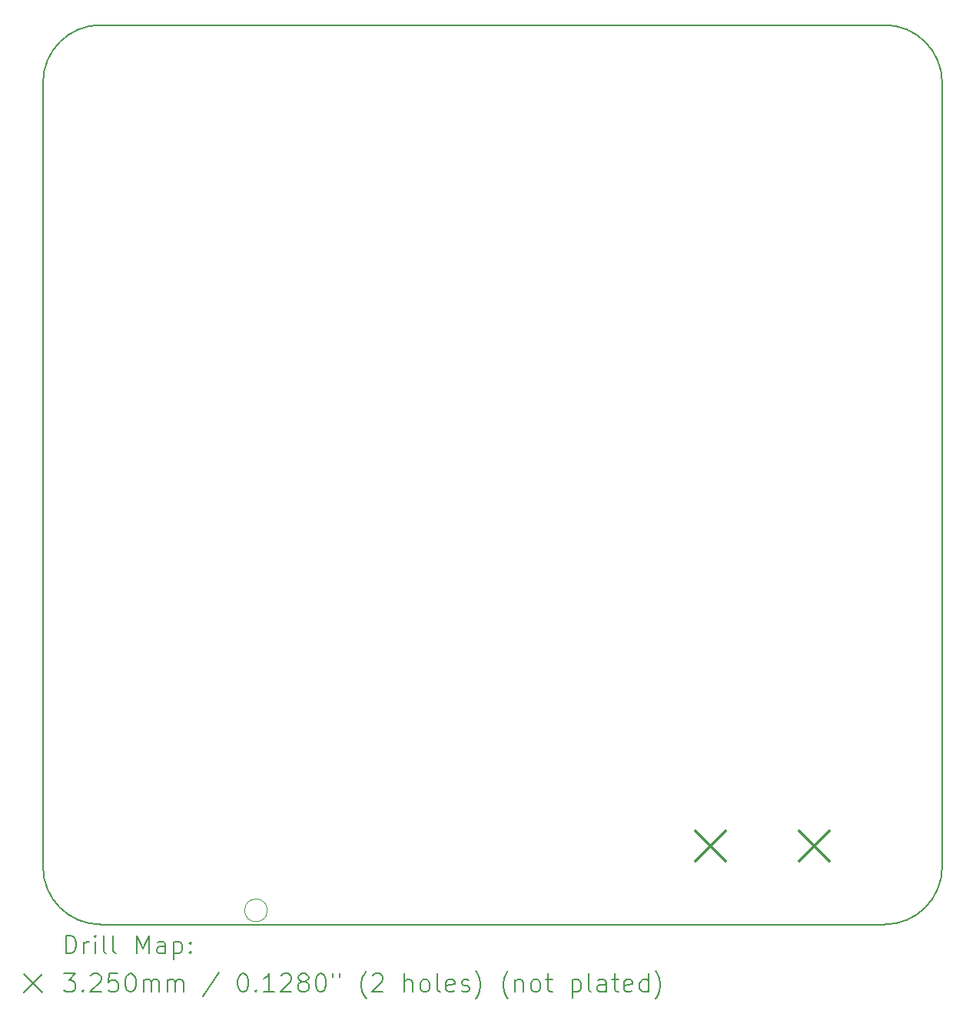
<source format=gbr>
%TF.GenerationSoftware,KiCad,Pcbnew,8.0.5-8.0.5-0~ubuntu24.04.1*%
%TF.CreationDate,2024-10-06T19:53:42+03:00*%
%TF.ProjectId,TACNPR,5441434e-5052-42e6-9b69-6361645f7063,rev?*%
%TF.SameCoordinates,Original*%
%TF.FileFunction,Drillmap*%
%TF.FilePolarity,Positive*%
%FSLAX45Y45*%
G04 Gerber Fmt 4.5, Leading zero omitted, Abs format (unit mm)*
G04 Created by KiCad (PCBNEW 8.0.5-8.0.5-0~ubuntu24.04.1) date 2024-10-06 19:53:42*
%MOMM*%
%LPD*%
G01*
G04 APERTURE LIST*
%ADD10C,0.200000*%
%ADD11C,0.120000*%
%ADD12C,0.325000*%
G04 APERTURE END LIST*
D10*
X9525000Y-3683000D02*
X18161000Y-3683000D01*
X18161000Y-13589000D02*
X9525000Y-13589000D01*
X18796000Y-4318000D02*
X18796000Y-12954000D01*
X9525000Y-13589000D02*
G75*
G02*
X8890000Y-12954000I0J635000D01*
G01*
X18161000Y-3683000D02*
G75*
G02*
X18796000Y-4318000I0J-635000D01*
G01*
X8890000Y-12954000D02*
X8890000Y-4318000D01*
X18796000Y-12954000D02*
G75*
G02*
X18161000Y-13589000I-635000J0D01*
G01*
X8890000Y-4318000D02*
G75*
G02*
X9525000Y-3683000I635000J0D01*
G01*
D11*
X11361500Y-13433620D02*
G75*
G02*
X11111500Y-13433620I-125000J0D01*
G01*
X11111500Y-13433620D02*
G75*
G02*
X11361500Y-13433620I125000J0D01*
G01*
D10*
D12*
X16080800Y-12562900D02*
X16405800Y-12887900D01*
X16405800Y-12562900D02*
X16080800Y-12887900D01*
X17223800Y-12562900D02*
X17548800Y-12887900D01*
X17548800Y-12562900D02*
X17223800Y-12887900D01*
D10*
X9140777Y-13910484D02*
X9140777Y-13710484D01*
X9140777Y-13710484D02*
X9188396Y-13710484D01*
X9188396Y-13710484D02*
X9216967Y-13720008D01*
X9216967Y-13720008D02*
X9236015Y-13739055D01*
X9236015Y-13739055D02*
X9245539Y-13758103D01*
X9245539Y-13758103D02*
X9255063Y-13796198D01*
X9255063Y-13796198D02*
X9255063Y-13824769D01*
X9255063Y-13824769D02*
X9245539Y-13862865D01*
X9245539Y-13862865D02*
X9236015Y-13881912D01*
X9236015Y-13881912D02*
X9216967Y-13900960D01*
X9216967Y-13900960D02*
X9188396Y-13910484D01*
X9188396Y-13910484D02*
X9140777Y-13910484D01*
X9340777Y-13910484D02*
X9340777Y-13777150D01*
X9340777Y-13815246D02*
X9350301Y-13796198D01*
X9350301Y-13796198D02*
X9359824Y-13786674D01*
X9359824Y-13786674D02*
X9378872Y-13777150D01*
X9378872Y-13777150D02*
X9397920Y-13777150D01*
X9464586Y-13910484D02*
X9464586Y-13777150D01*
X9464586Y-13710484D02*
X9455063Y-13720008D01*
X9455063Y-13720008D02*
X9464586Y-13729531D01*
X9464586Y-13729531D02*
X9474110Y-13720008D01*
X9474110Y-13720008D02*
X9464586Y-13710484D01*
X9464586Y-13710484D02*
X9464586Y-13729531D01*
X9588396Y-13910484D02*
X9569348Y-13900960D01*
X9569348Y-13900960D02*
X9559824Y-13881912D01*
X9559824Y-13881912D02*
X9559824Y-13710484D01*
X9693158Y-13910484D02*
X9674110Y-13900960D01*
X9674110Y-13900960D02*
X9664586Y-13881912D01*
X9664586Y-13881912D02*
X9664586Y-13710484D01*
X9921729Y-13910484D02*
X9921729Y-13710484D01*
X9921729Y-13710484D02*
X9988396Y-13853341D01*
X9988396Y-13853341D02*
X10055063Y-13710484D01*
X10055063Y-13710484D02*
X10055063Y-13910484D01*
X10236015Y-13910484D02*
X10236015Y-13805722D01*
X10236015Y-13805722D02*
X10226491Y-13786674D01*
X10226491Y-13786674D02*
X10207444Y-13777150D01*
X10207444Y-13777150D02*
X10169348Y-13777150D01*
X10169348Y-13777150D02*
X10150301Y-13786674D01*
X10236015Y-13900960D02*
X10216967Y-13910484D01*
X10216967Y-13910484D02*
X10169348Y-13910484D01*
X10169348Y-13910484D02*
X10150301Y-13900960D01*
X10150301Y-13900960D02*
X10140777Y-13881912D01*
X10140777Y-13881912D02*
X10140777Y-13862865D01*
X10140777Y-13862865D02*
X10150301Y-13843817D01*
X10150301Y-13843817D02*
X10169348Y-13834293D01*
X10169348Y-13834293D02*
X10216967Y-13834293D01*
X10216967Y-13834293D02*
X10236015Y-13824769D01*
X10331253Y-13777150D02*
X10331253Y-13977150D01*
X10331253Y-13786674D02*
X10350301Y-13777150D01*
X10350301Y-13777150D02*
X10388396Y-13777150D01*
X10388396Y-13777150D02*
X10407444Y-13786674D01*
X10407444Y-13786674D02*
X10416967Y-13796198D01*
X10416967Y-13796198D02*
X10426491Y-13815246D01*
X10426491Y-13815246D02*
X10426491Y-13872388D01*
X10426491Y-13872388D02*
X10416967Y-13891436D01*
X10416967Y-13891436D02*
X10407444Y-13900960D01*
X10407444Y-13900960D02*
X10388396Y-13910484D01*
X10388396Y-13910484D02*
X10350301Y-13910484D01*
X10350301Y-13910484D02*
X10331253Y-13900960D01*
X10512205Y-13891436D02*
X10521729Y-13900960D01*
X10521729Y-13900960D02*
X10512205Y-13910484D01*
X10512205Y-13910484D02*
X10502682Y-13900960D01*
X10502682Y-13900960D02*
X10512205Y-13891436D01*
X10512205Y-13891436D02*
X10512205Y-13910484D01*
X10512205Y-13786674D02*
X10521729Y-13796198D01*
X10521729Y-13796198D02*
X10512205Y-13805722D01*
X10512205Y-13805722D02*
X10502682Y-13796198D01*
X10502682Y-13796198D02*
X10512205Y-13786674D01*
X10512205Y-13786674D02*
X10512205Y-13805722D01*
X8680000Y-14139000D02*
X8880000Y-14339000D01*
X8880000Y-14139000D02*
X8680000Y-14339000D01*
X9121729Y-14130484D02*
X9245539Y-14130484D01*
X9245539Y-14130484D02*
X9178872Y-14206674D01*
X9178872Y-14206674D02*
X9207444Y-14206674D01*
X9207444Y-14206674D02*
X9226491Y-14216198D01*
X9226491Y-14216198D02*
X9236015Y-14225722D01*
X9236015Y-14225722D02*
X9245539Y-14244769D01*
X9245539Y-14244769D02*
X9245539Y-14292388D01*
X9245539Y-14292388D02*
X9236015Y-14311436D01*
X9236015Y-14311436D02*
X9226491Y-14320960D01*
X9226491Y-14320960D02*
X9207444Y-14330484D01*
X9207444Y-14330484D02*
X9150301Y-14330484D01*
X9150301Y-14330484D02*
X9131253Y-14320960D01*
X9131253Y-14320960D02*
X9121729Y-14311436D01*
X9331253Y-14311436D02*
X9340777Y-14320960D01*
X9340777Y-14320960D02*
X9331253Y-14330484D01*
X9331253Y-14330484D02*
X9321729Y-14320960D01*
X9321729Y-14320960D02*
X9331253Y-14311436D01*
X9331253Y-14311436D02*
X9331253Y-14330484D01*
X9416967Y-14149531D02*
X9426491Y-14140008D01*
X9426491Y-14140008D02*
X9445539Y-14130484D01*
X9445539Y-14130484D02*
X9493158Y-14130484D01*
X9493158Y-14130484D02*
X9512205Y-14140008D01*
X9512205Y-14140008D02*
X9521729Y-14149531D01*
X9521729Y-14149531D02*
X9531253Y-14168579D01*
X9531253Y-14168579D02*
X9531253Y-14187627D01*
X9531253Y-14187627D02*
X9521729Y-14216198D01*
X9521729Y-14216198D02*
X9407444Y-14330484D01*
X9407444Y-14330484D02*
X9531253Y-14330484D01*
X9712205Y-14130484D02*
X9616967Y-14130484D01*
X9616967Y-14130484D02*
X9607444Y-14225722D01*
X9607444Y-14225722D02*
X9616967Y-14216198D01*
X9616967Y-14216198D02*
X9636015Y-14206674D01*
X9636015Y-14206674D02*
X9683634Y-14206674D01*
X9683634Y-14206674D02*
X9702682Y-14216198D01*
X9702682Y-14216198D02*
X9712205Y-14225722D01*
X9712205Y-14225722D02*
X9721729Y-14244769D01*
X9721729Y-14244769D02*
X9721729Y-14292388D01*
X9721729Y-14292388D02*
X9712205Y-14311436D01*
X9712205Y-14311436D02*
X9702682Y-14320960D01*
X9702682Y-14320960D02*
X9683634Y-14330484D01*
X9683634Y-14330484D02*
X9636015Y-14330484D01*
X9636015Y-14330484D02*
X9616967Y-14320960D01*
X9616967Y-14320960D02*
X9607444Y-14311436D01*
X9845539Y-14130484D02*
X9864586Y-14130484D01*
X9864586Y-14130484D02*
X9883634Y-14140008D01*
X9883634Y-14140008D02*
X9893158Y-14149531D01*
X9893158Y-14149531D02*
X9902682Y-14168579D01*
X9902682Y-14168579D02*
X9912205Y-14206674D01*
X9912205Y-14206674D02*
X9912205Y-14254293D01*
X9912205Y-14254293D02*
X9902682Y-14292388D01*
X9902682Y-14292388D02*
X9893158Y-14311436D01*
X9893158Y-14311436D02*
X9883634Y-14320960D01*
X9883634Y-14320960D02*
X9864586Y-14330484D01*
X9864586Y-14330484D02*
X9845539Y-14330484D01*
X9845539Y-14330484D02*
X9826491Y-14320960D01*
X9826491Y-14320960D02*
X9816967Y-14311436D01*
X9816967Y-14311436D02*
X9807444Y-14292388D01*
X9807444Y-14292388D02*
X9797920Y-14254293D01*
X9797920Y-14254293D02*
X9797920Y-14206674D01*
X9797920Y-14206674D02*
X9807444Y-14168579D01*
X9807444Y-14168579D02*
X9816967Y-14149531D01*
X9816967Y-14149531D02*
X9826491Y-14140008D01*
X9826491Y-14140008D02*
X9845539Y-14130484D01*
X9997920Y-14330484D02*
X9997920Y-14197150D01*
X9997920Y-14216198D02*
X10007444Y-14206674D01*
X10007444Y-14206674D02*
X10026491Y-14197150D01*
X10026491Y-14197150D02*
X10055063Y-14197150D01*
X10055063Y-14197150D02*
X10074110Y-14206674D01*
X10074110Y-14206674D02*
X10083634Y-14225722D01*
X10083634Y-14225722D02*
X10083634Y-14330484D01*
X10083634Y-14225722D02*
X10093158Y-14206674D01*
X10093158Y-14206674D02*
X10112205Y-14197150D01*
X10112205Y-14197150D02*
X10140777Y-14197150D01*
X10140777Y-14197150D02*
X10159825Y-14206674D01*
X10159825Y-14206674D02*
X10169348Y-14225722D01*
X10169348Y-14225722D02*
X10169348Y-14330484D01*
X10264586Y-14330484D02*
X10264586Y-14197150D01*
X10264586Y-14216198D02*
X10274110Y-14206674D01*
X10274110Y-14206674D02*
X10293158Y-14197150D01*
X10293158Y-14197150D02*
X10321729Y-14197150D01*
X10321729Y-14197150D02*
X10340777Y-14206674D01*
X10340777Y-14206674D02*
X10350301Y-14225722D01*
X10350301Y-14225722D02*
X10350301Y-14330484D01*
X10350301Y-14225722D02*
X10359825Y-14206674D01*
X10359825Y-14206674D02*
X10378872Y-14197150D01*
X10378872Y-14197150D02*
X10407444Y-14197150D01*
X10407444Y-14197150D02*
X10426491Y-14206674D01*
X10426491Y-14206674D02*
X10436015Y-14225722D01*
X10436015Y-14225722D02*
X10436015Y-14330484D01*
X10826491Y-14120960D02*
X10655063Y-14378103D01*
X11083634Y-14130484D02*
X11102682Y-14130484D01*
X11102682Y-14130484D02*
X11121729Y-14140008D01*
X11121729Y-14140008D02*
X11131253Y-14149531D01*
X11131253Y-14149531D02*
X11140777Y-14168579D01*
X11140777Y-14168579D02*
X11150301Y-14206674D01*
X11150301Y-14206674D02*
X11150301Y-14254293D01*
X11150301Y-14254293D02*
X11140777Y-14292388D01*
X11140777Y-14292388D02*
X11131253Y-14311436D01*
X11131253Y-14311436D02*
X11121729Y-14320960D01*
X11121729Y-14320960D02*
X11102682Y-14330484D01*
X11102682Y-14330484D02*
X11083634Y-14330484D01*
X11083634Y-14330484D02*
X11064587Y-14320960D01*
X11064587Y-14320960D02*
X11055063Y-14311436D01*
X11055063Y-14311436D02*
X11045539Y-14292388D01*
X11045539Y-14292388D02*
X11036015Y-14254293D01*
X11036015Y-14254293D02*
X11036015Y-14206674D01*
X11036015Y-14206674D02*
X11045539Y-14168579D01*
X11045539Y-14168579D02*
X11055063Y-14149531D01*
X11055063Y-14149531D02*
X11064587Y-14140008D01*
X11064587Y-14140008D02*
X11083634Y-14130484D01*
X11236015Y-14311436D02*
X11245539Y-14320960D01*
X11245539Y-14320960D02*
X11236015Y-14330484D01*
X11236015Y-14330484D02*
X11226491Y-14320960D01*
X11226491Y-14320960D02*
X11236015Y-14311436D01*
X11236015Y-14311436D02*
X11236015Y-14330484D01*
X11436015Y-14330484D02*
X11321729Y-14330484D01*
X11378872Y-14330484D02*
X11378872Y-14130484D01*
X11378872Y-14130484D02*
X11359825Y-14159055D01*
X11359825Y-14159055D02*
X11340777Y-14178103D01*
X11340777Y-14178103D02*
X11321729Y-14187627D01*
X11512206Y-14149531D02*
X11521729Y-14140008D01*
X11521729Y-14140008D02*
X11540777Y-14130484D01*
X11540777Y-14130484D02*
X11588396Y-14130484D01*
X11588396Y-14130484D02*
X11607444Y-14140008D01*
X11607444Y-14140008D02*
X11616967Y-14149531D01*
X11616967Y-14149531D02*
X11626491Y-14168579D01*
X11626491Y-14168579D02*
X11626491Y-14187627D01*
X11626491Y-14187627D02*
X11616967Y-14216198D01*
X11616967Y-14216198D02*
X11502682Y-14330484D01*
X11502682Y-14330484D02*
X11626491Y-14330484D01*
X11740777Y-14216198D02*
X11721729Y-14206674D01*
X11721729Y-14206674D02*
X11712206Y-14197150D01*
X11712206Y-14197150D02*
X11702682Y-14178103D01*
X11702682Y-14178103D02*
X11702682Y-14168579D01*
X11702682Y-14168579D02*
X11712206Y-14149531D01*
X11712206Y-14149531D02*
X11721729Y-14140008D01*
X11721729Y-14140008D02*
X11740777Y-14130484D01*
X11740777Y-14130484D02*
X11778872Y-14130484D01*
X11778872Y-14130484D02*
X11797920Y-14140008D01*
X11797920Y-14140008D02*
X11807444Y-14149531D01*
X11807444Y-14149531D02*
X11816967Y-14168579D01*
X11816967Y-14168579D02*
X11816967Y-14178103D01*
X11816967Y-14178103D02*
X11807444Y-14197150D01*
X11807444Y-14197150D02*
X11797920Y-14206674D01*
X11797920Y-14206674D02*
X11778872Y-14216198D01*
X11778872Y-14216198D02*
X11740777Y-14216198D01*
X11740777Y-14216198D02*
X11721729Y-14225722D01*
X11721729Y-14225722D02*
X11712206Y-14235246D01*
X11712206Y-14235246D02*
X11702682Y-14254293D01*
X11702682Y-14254293D02*
X11702682Y-14292388D01*
X11702682Y-14292388D02*
X11712206Y-14311436D01*
X11712206Y-14311436D02*
X11721729Y-14320960D01*
X11721729Y-14320960D02*
X11740777Y-14330484D01*
X11740777Y-14330484D02*
X11778872Y-14330484D01*
X11778872Y-14330484D02*
X11797920Y-14320960D01*
X11797920Y-14320960D02*
X11807444Y-14311436D01*
X11807444Y-14311436D02*
X11816967Y-14292388D01*
X11816967Y-14292388D02*
X11816967Y-14254293D01*
X11816967Y-14254293D02*
X11807444Y-14235246D01*
X11807444Y-14235246D02*
X11797920Y-14225722D01*
X11797920Y-14225722D02*
X11778872Y-14216198D01*
X11940777Y-14130484D02*
X11959825Y-14130484D01*
X11959825Y-14130484D02*
X11978872Y-14140008D01*
X11978872Y-14140008D02*
X11988396Y-14149531D01*
X11988396Y-14149531D02*
X11997920Y-14168579D01*
X11997920Y-14168579D02*
X12007444Y-14206674D01*
X12007444Y-14206674D02*
X12007444Y-14254293D01*
X12007444Y-14254293D02*
X11997920Y-14292388D01*
X11997920Y-14292388D02*
X11988396Y-14311436D01*
X11988396Y-14311436D02*
X11978872Y-14320960D01*
X11978872Y-14320960D02*
X11959825Y-14330484D01*
X11959825Y-14330484D02*
X11940777Y-14330484D01*
X11940777Y-14330484D02*
X11921729Y-14320960D01*
X11921729Y-14320960D02*
X11912206Y-14311436D01*
X11912206Y-14311436D02*
X11902682Y-14292388D01*
X11902682Y-14292388D02*
X11893158Y-14254293D01*
X11893158Y-14254293D02*
X11893158Y-14206674D01*
X11893158Y-14206674D02*
X11902682Y-14168579D01*
X11902682Y-14168579D02*
X11912206Y-14149531D01*
X11912206Y-14149531D02*
X11921729Y-14140008D01*
X11921729Y-14140008D02*
X11940777Y-14130484D01*
X12083634Y-14130484D02*
X12083634Y-14168579D01*
X12159825Y-14130484D02*
X12159825Y-14168579D01*
X12455063Y-14406674D02*
X12445539Y-14397150D01*
X12445539Y-14397150D02*
X12426491Y-14368579D01*
X12426491Y-14368579D02*
X12416968Y-14349531D01*
X12416968Y-14349531D02*
X12407444Y-14320960D01*
X12407444Y-14320960D02*
X12397920Y-14273341D01*
X12397920Y-14273341D02*
X12397920Y-14235246D01*
X12397920Y-14235246D02*
X12407444Y-14187627D01*
X12407444Y-14187627D02*
X12416968Y-14159055D01*
X12416968Y-14159055D02*
X12426491Y-14140008D01*
X12426491Y-14140008D02*
X12445539Y-14111436D01*
X12445539Y-14111436D02*
X12455063Y-14101912D01*
X12521729Y-14149531D02*
X12531253Y-14140008D01*
X12531253Y-14140008D02*
X12550301Y-14130484D01*
X12550301Y-14130484D02*
X12597920Y-14130484D01*
X12597920Y-14130484D02*
X12616968Y-14140008D01*
X12616968Y-14140008D02*
X12626491Y-14149531D01*
X12626491Y-14149531D02*
X12636015Y-14168579D01*
X12636015Y-14168579D02*
X12636015Y-14187627D01*
X12636015Y-14187627D02*
X12626491Y-14216198D01*
X12626491Y-14216198D02*
X12512206Y-14330484D01*
X12512206Y-14330484D02*
X12636015Y-14330484D01*
X12874110Y-14330484D02*
X12874110Y-14130484D01*
X12959825Y-14330484D02*
X12959825Y-14225722D01*
X12959825Y-14225722D02*
X12950301Y-14206674D01*
X12950301Y-14206674D02*
X12931253Y-14197150D01*
X12931253Y-14197150D02*
X12902682Y-14197150D01*
X12902682Y-14197150D02*
X12883634Y-14206674D01*
X12883634Y-14206674D02*
X12874110Y-14216198D01*
X13083634Y-14330484D02*
X13064587Y-14320960D01*
X13064587Y-14320960D02*
X13055063Y-14311436D01*
X13055063Y-14311436D02*
X13045539Y-14292388D01*
X13045539Y-14292388D02*
X13045539Y-14235246D01*
X13045539Y-14235246D02*
X13055063Y-14216198D01*
X13055063Y-14216198D02*
X13064587Y-14206674D01*
X13064587Y-14206674D02*
X13083634Y-14197150D01*
X13083634Y-14197150D02*
X13112206Y-14197150D01*
X13112206Y-14197150D02*
X13131253Y-14206674D01*
X13131253Y-14206674D02*
X13140777Y-14216198D01*
X13140777Y-14216198D02*
X13150301Y-14235246D01*
X13150301Y-14235246D02*
X13150301Y-14292388D01*
X13150301Y-14292388D02*
X13140777Y-14311436D01*
X13140777Y-14311436D02*
X13131253Y-14320960D01*
X13131253Y-14320960D02*
X13112206Y-14330484D01*
X13112206Y-14330484D02*
X13083634Y-14330484D01*
X13264587Y-14330484D02*
X13245539Y-14320960D01*
X13245539Y-14320960D02*
X13236015Y-14301912D01*
X13236015Y-14301912D02*
X13236015Y-14130484D01*
X13416968Y-14320960D02*
X13397920Y-14330484D01*
X13397920Y-14330484D02*
X13359825Y-14330484D01*
X13359825Y-14330484D02*
X13340777Y-14320960D01*
X13340777Y-14320960D02*
X13331253Y-14301912D01*
X13331253Y-14301912D02*
X13331253Y-14225722D01*
X13331253Y-14225722D02*
X13340777Y-14206674D01*
X13340777Y-14206674D02*
X13359825Y-14197150D01*
X13359825Y-14197150D02*
X13397920Y-14197150D01*
X13397920Y-14197150D02*
X13416968Y-14206674D01*
X13416968Y-14206674D02*
X13426491Y-14225722D01*
X13426491Y-14225722D02*
X13426491Y-14244769D01*
X13426491Y-14244769D02*
X13331253Y-14263817D01*
X13502682Y-14320960D02*
X13521730Y-14330484D01*
X13521730Y-14330484D02*
X13559825Y-14330484D01*
X13559825Y-14330484D02*
X13578872Y-14320960D01*
X13578872Y-14320960D02*
X13588396Y-14301912D01*
X13588396Y-14301912D02*
X13588396Y-14292388D01*
X13588396Y-14292388D02*
X13578872Y-14273341D01*
X13578872Y-14273341D02*
X13559825Y-14263817D01*
X13559825Y-14263817D02*
X13531253Y-14263817D01*
X13531253Y-14263817D02*
X13512206Y-14254293D01*
X13512206Y-14254293D02*
X13502682Y-14235246D01*
X13502682Y-14235246D02*
X13502682Y-14225722D01*
X13502682Y-14225722D02*
X13512206Y-14206674D01*
X13512206Y-14206674D02*
X13531253Y-14197150D01*
X13531253Y-14197150D02*
X13559825Y-14197150D01*
X13559825Y-14197150D02*
X13578872Y-14206674D01*
X13655063Y-14406674D02*
X13664587Y-14397150D01*
X13664587Y-14397150D02*
X13683634Y-14368579D01*
X13683634Y-14368579D02*
X13693158Y-14349531D01*
X13693158Y-14349531D02*
X13702682Y-14320960D01*
X13702682Y-14320960D02*
X13712206Y-14273341D01*
X13712206Y-14273341D02*
X13712206Y-14235246D01*
X13712206Y-14235246D02*
X13702682Y-14187627D01*
X13702682Y-14187627D02*
X13693158Y-14159055D01*
X13693158Y-14159055D02*
X13683634Y-14140008D01*
X13683634Y-14140008D02*
X13664587Y-14111436D01*
X13664587Y-14111436D02*
X13655063Y-14101912D01*
X14016968Y-14406674D02*
X14007444Y-14397150D01*
X14007444Y-14397150D02*
X13988396Y-14368579D01*
X13988396Y-14368579D02*
X13978872Y-14349531D01*
X13978872Y-14349531D02*
X13969349Y-14320960D01*
X13969349Y-14320960D02*
X13959825Y-14273341D01*
X13959825Y-14273341D02*
X13959825Y-14235246D01*
X13959825Y-14235246D02*
X13969349Y-14187627D01*
X13969349Y-14187627D02*
X13978872Y-14159055D01*
X13978872Y-14159055D02*
X13988396Y-14140008D01*
X13988396Y-14140008D02*
X14007444Y-14111436D01*
X14007444Y-14111436D02*
X14016968Y-14101912D01*
X14093158Y-14197150D02*
X14093158Y-14330484D01*
X14093158Y-14216198D02*
X14102682Y-14206674D01*
X14102682Y-14206674D02*
X14121730Y-14197150D01*
X14121730Y-14197150D02*
X14150301Y-14197150D01*
X14150301Y-14197150D02*
X14169349Y-14206674D01*
X14169349Y-14206674D02*
X14178872Y-14225722D01*
X14178872Y-14225722D02*
X14178872Y-14330484D01*
X14302682Y-14330484D02*
X14283634Y-14320960D01*
X14283634Y-14320960D02*
X14274111Y-14311436D01*
X14274111Y-14311436D02*
X14264587Y-14292388D01*
X14264587Y-14292388D02*
X14264587Y-14235246D01*
X14264587Y-14235246D02*
X14274111Y-14216198D01*
X14274111Y-14216198D02*
X14283634Y-14206674D01*
X14283634Y-14206674D02*
X14302682Y-14197150D01*
X14302682Y-14197150D02*
X14331253Y-14197150D01*
X14331253Y-14197150D02*
X14350301Y-14206674D01*
X14350301Y-14206674D02*
X14359825Y-14216198D01*
X14359825Y-14216198D02*
X14369349Y-14235246D01*
X14369349Y-14235246D02*
X14369349Y-14292388D01*
X14369349Y-14292388D02*
X14359825Y-14311436D01*
X14359825Y-14311436D02*
X14350301Y-14320960D01*
X14350301Y-14320960D02*
X14331253Y-14330484D01*
X14331253Y-14330484D02*
X14302682Y-14330484D01*
X14426492Y-14197150D02*
X14502682Y-14197150D01*
X14455063Y-14130484D02*
X14455063Y-14301912D01*
X14455063Y-14301912D02*
X14464587Y-14320960D01*
X14464587Y-14320960D02*
X14483634Y-14330484D01*
X14483634Y-14330484D02*
X14502682Y-14330484D01*
X14721730Y-14197150D02*
X14721730Y-14397150D01*
X14721730Y-14206674D02*
X14740777Y-14197150D01*
X14740777Y-14197150D02*
X14778873Y-14197150D01*
X14778873Y-14197150D02*
X14797920Y-14206674D01*
X14797920Y-14206674D02*
X14807444Y-14216198D01*
X14807444Y-14216198D02*
X14816968Y-14235246D01*
X14816968Y-14235246D02*
X14816968Y-14292388D01*
X14816968Y-14292388D02*
X14807444Y-14311436D01*
X14807444Y-14311436D02*
X14797920Y-14320960D01*
X14797920Y-14320960D02*
X14778873Y-14330484D01*
X14778873Y-14330484D02*
X14740777Y-14330484D01*
X14740777Y-14330484D02*
X14721730Y-14320960D01*
X14931253Y-14330484D02*
X14912206Y-14320960D01*
X14912206Y-14320960D02*
X14902682Y-14301912D01*
X14902682Y-14301912D02*
X14902682Y-14130484D01*
X15093158Y-14330484D02*
X15093158Y-14225722D01*
X15093158Y-14225722D02*
X15083634Y-14206674D01*
X15083634Y-14206674D02*
X15064587Y-14197150D01*
X15064587Y-14197150D02*
X15026492Y-14197150D01*
X15026492Y-14197150D02*
X15007444Y-14206674D01*
X15093158Y-14320960D02*
X15074111Y-14330484D01*
X15074111Y-14330484D02*
X15026492Y-14330484D01*
X15026492Y-14330484D02*
X15007444Y-14320960D01*
X15007444Y-14320960D02*
X14997920Y-14301912D01*
X14997920Y-14301912D02*
X14997920Y-14282865D01*
X14997920Y-14282865D02*
X15007444Y-14263817D01*
X15007444Y-14263817D02*
X15026492Y-14254293D01*
X15026492Y-14254293D02*
X15074111Y-14254293D01*
X15074111Y-14254293D02*
X15093158Y-14244769D01*
X15159825Y-14197150D02*
X15236015Y-14197150D01*
X15188396Y-14130484D02*
X15188396Y-14301912D01*
X15188396Y-14301912D02*
X15197920Y-14320960D01*
X15197920Y-14320960D02*
X15216968Y-14330484D01*
X15216968Y-14330484D02*
X15236015Y-14330484D01*
X15378873Y-14320960D02*
X15359825Y-14330484D01*
X15359825Y-14330484D02*
X15321730Y-14330484D01*
X15321730Y-14330484D02*
X15302682Y-14320960D01*
X15302682Y-14320960D02*
X15293158Y-14301912D01*
X15293158Y-14301912D02*
X15293158Y-14225722D01*
X15293158Y-14225722D02*
X15302682Y-14206674D01*
X15302682Y-14206674D02*
X15321730Y-14197150D01*
X15321730Y-14197150D02*
X15359825Y-14197150D01*
X15359825Y-14197150D02*
X15378873Y-14206674D01*
X15378873Y-14206674D02*
X15388396Y-14225722D01*
X15388396Y-14225722D02*
X15388396Y-14244769D01*
X15388396Y-14244769D02*
X15293158Y-14263817D01*
X15559825Y-14330484D02*
X15559825Y-14130484D01*
X15559825Y-14320960D02*
X15540777Y-14330484D01*
X15540777Y-14330484D02*
X15502682Y-14330484D01*
X15502682Y-14330484D02*
X15483634Y-14320960D01*
X15483634Y-14320960D02*
X15474111Y-14311436D01*
X15474111Y-14311436D02*
X15464587Y-14292388D01*
X15464587Y-14292388D02*
X15464587Y-14235246D01*
X15464587Y-14235246D02*
X15474111Y-14216198D01*
X15474111Y-14216198D02*
X15483634Y-14206674D01*
X15483634Y-14206674D02*
X15502682Y-14197150D01*
X15502682Y-14197150D02*
X15540777Y-14197150D01*
X15540777Y-14197150D02*
X15559825Y-14206674D01*
X15636015Y-14406674D02*
X15645539Y-14397150D01*
X15645539Y-14397150D02*
X15664587Y-14368579D01*
X15664587Y-14368579D02*
X15674111Y-14349531D01*
X15674111Y-14349531D02*
X15683634Y-14320960D01*
X15683634Y-14320960D02*
X15693158Y-14273341D01*
X15693158Y-14273341D02*
X15693158Y-14235246D01*
X15693158Y-14235246D02*
X15683634Y-14187627D01*
X15683634Y-14187627D02*
X15674111Y-14159055D01*
X15674111Y-14159055D02*
X15664587Y-14140008D01*
X15664587Y-14140008D02*
X15645539Y-14111436D01*
X15645539Y-14111436D02*
X15636015Y-14101912D01*
M02*

</source>
